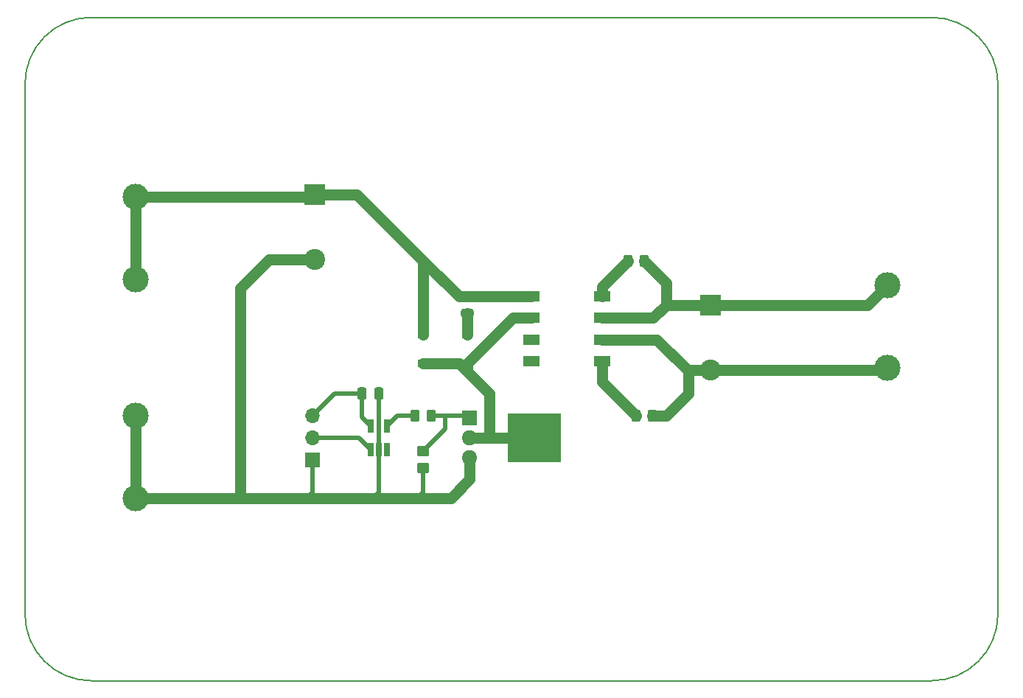
<source format=gbr>
%TF.GenerationSoftware,KiCad,Pcbnew,(6.0.4)*%
%TF.CreationDate,2022-04-30T16:21:15-04:00*%
%TF.ProjectId,dpp-architecture,6470702d-6172-4636-9869-746563747572,1.0*%
%TF.SameCoordinates,Original*%
%TF.FileFunction,Copper,L1,Top*%
%TF.FilePolarity,Positive*%
%FSLAX46Y46*%
G04 Gerber Fmt 4.6, Leading zero omitted, Abs format (unit mm)*
G04 Created by KiCad (PCBNEW (6.0.4)) date 2022-04-30 16:21:15*
%MOMM*%
%LPD*%
G01*
G04 APERTURE LIST*
G04 Aperture macros list*
%AMRoundRect*
0 Rectangle with rounded corners*
0 $1 Rounding radius*
0 $2 $3 $4 $5 $6 $7 $8 $9 X,Y pos of 4 corners*
0 Add a 4 corners polygon primitive as box body*
4,1,4,$2,$3,$4,$5,$6,$7,$8,$9,$2,$3,0*
0 Add four circle primitives for the rounded corners*
1,1,$1+$1,$2,$3*
1,1,$1+$1,$4,$5*
1,1,$1+$1,$6,$7*
1,1,$1+$1,$8,$9*
0 Add four rect primitives between the rounded corners*
20,1,$1+$1,$2,$3,$4,$5,0*
20,1,$1+$1,$4,$5,$6,$7,0*
20,1,$1+$1,$6,$7,$8,$9,0*
20,1,$1+$1,$8,$9,$2,$3,0*%
G04 Aperture macros list end*
%TA.AperFunction,Profile*%
%ADD10C,0.150000*%
%TD*%
%TA.AperFunction,ComponentPad*%
%ADD11C,3.000000*%
%TD*%
%TA.AperFunction,ComponentPad*%
%ADD12R,1.700000X1.700000*%
%TD*%
%TA.AperFunction,ComponentPad*%
%ADD13O,1.700000X1.700000*%
%TD*%
%TA.AperFunction,SMDPad,CuDef*%
%ADD14RoundRect,0.250000X-0.262500X-0.450000X0.262500X-0.450000X0.262500X0.450000X-0.262500X0.450000X0*%
%TD*%
%TA.AperFunction,ComponentPad*%
%ADD15R,2.400000X2.400000*%
%TD*%
%TA.AperFunction,ComponentPad*%
%ADD16C,2.400000*%
%TD*%
%TA.AperFunction,SMDPad,CuDef*%
%ADD17R,1.910000X1.170000*%
%TD*%
%TA.AperFunction,SMDPad,CuDef*%
%ADD18RoundRect,0.250000X-0.450000X0.350000X-0.450000X-0.350000X0.450000X-0.350000X0.450000X0.350000X0*%
%TD*%
%TA.AperFunction,SMDPad,CuDef*%
%ADD19R,1.200000X0.900000*%
%TD*%
%TA.AperFunction,ComponentPad*%
%ADD20R,1.800000X1.717500*%
%TD*%
%TA.AperFunction,ComponentPad*%
%ADD21O,1.800000X1.717500*%
%TD*%
%TA.AperFunction,SMDPad,CuDef*%
%ADD22R,6.200000X5.700000*%
%TD*%
%TA.AperFunction,SMDPad,CuDef*%
%ADD23R,0.650000X1.560000*%
%TD*%
%TA.AperFunction,SMDPad,CuDef*%
%ADD24RoundRect,0.250000X-0.475000X0.250000X-0.475000X-0.250000X0.475000X-0.250000X0.475000X0.250000X0*%
%TD*%
%TA.AperFunction,SMDPad,CuDef*%
%ADD25RoundRect,0.250000X-0.250000X-0.475000X0.250000X-0.475000X0.250000X0.475000X-0.250000X0.475000X0*%
%TD*%
%TA.AperFunction,Conductor*%
%ADD26C,1.270000*%
%TD*%
%TA.AperFunction,Conductor*%
%ADD27C,0.500000*%
%TD*%
%TA.AperFunction,Conductor*%
%ADD28C,0.760000*%
%TD*%
G04 APERTURE END LIST*
D10*
X205740000Y-58420000D02*
X109220000Y-58420000D01*
X205740000Y-134620000D02*
G75*
G03*
X213360000Y-127000000I0J7620000D01*
G01*
X109220000Y-58420000D02*
G75*
G03*
X101600000Y-66040000I0J-7620000D01*
G01*
X213360000Y-66040000D02*
G75*
G03*
X205740000Y-58420000I-7620000J0D01*
G01*
X101600000Y-127000000D02*
G75*
G03*
X109220000Y-134620000I7620000J0D01*
G01*
X101600000Y-66040000D02*
X101600000Y-127000000D01*
X109220000Y-134620000D02*
X205740000Y-134620000D01*
X213360000Y-66040000D02*
X213360000Y-127000000D01*
D11*
%TO.P,J1,1,1*%
%TO.N,Net-(C1-Pad1)*%
X114300000Y-88520000D03*
%TO.P,J1,2,2*%
X114300000Y-79020000D03*
%TD*%
%TO.P,J4,1,1*%
%TO.N,Net-(C4-Pad2)*%
X200660000Y-98680000D03*
%TO.P,J4,2,2*%
%TO.N,Net-(C4-Pad1)*%
X200660000Y-89180000D03*
%TD*%
%TO.P,J2,1,1*%
%TO.N,GND*%
X114300000Y-113640000D03*
%TO.P,J2,2,2*%
X114300000Y-104140000D03*
%TD*%
D12*
%TO.P,J3,1,Pin_1*%
%TO.N,GND*%
X134620000Y-109220000D03*
D13*
%TO.P,J3,2,Pin_2*%
%TO.N,Net-(J3-Pad2)*%
X134620000Y-106680000D03*
%TO.P,J3,3,Pin_3*%
%TO.N,Net-(C2-Pad1)*%
X134620000Y-104140000D03*
%TD*%
D14*
%TO.P,R3,1*%
%TO.N,Net-(R3-Pad1)*%
X170895000Y-86360000D03*
%TO.P,R3,2*%
%TO.N,Net-(C4-Pad1)*%
X172720000Y-86360000D03*
%TD*%
D15*
%TO.P,C1,1*%
%TO.N,Net-(C1-Pad1)*%
X134900000Y-78740000D03*
D16*
%TO.P,C1,2*%
%TO.N,GND*%
X134900000Y-86240000D03*
%TD*%
D17*
%TO.P,T1,1,AUX_1*%
%TO.N,unconnected-(T1-Pad1)*%
X159805509Y-97935000D03*
%TO.P,T1,2,AUX_2*%
%TO.N,unconnected-(T1-Pad2)*%
X159805509Y-95435000D03*
%TO.P,T1,3,PRI_1*%
%TO.N,Net-(D1-Pad2)*%
X159805509Y-92935000D03*
%TO.P,T1,4,PRI_2*%
%TO.N,Net-(C1-Pad1)*%
X159805509Y-90435000D03*
%TO.P,T1,5,SEC_1*%
%TO.N,Net-(R3-Pad1)*%
X167935509Y-90435000D03*
%TO.P,T1,6,SEC_2*%
%TO.N,Net-(C4-Pad1)*%
X167935509Y-92935000D03*
%TO.P,T1,7,SEC_3*%
%TO.N,Net-(C4-Pad2)*%
X167935509Y-95435000D03*
%TO.P,T1,8,SEC_4*%
%TO.N,Net-(R4-Pad1)*%
X167935509Y-97935000D03*
%TD*%
D18*
%TO.P,R2,1*%
%TO.N,Net-(Q1-Pad1)*%
X147320000Y-108220000D03*
%TO.P,R2,2*%
%TO.N,GND*%
X147320000Y-110220000D03*
%TD*%
D19*
%TO.P,D1,1,K*%
%TO.N,Net-(C1-Pad1)*%
X147320000Y-94870000D03*
%TO.P,D1,2,A*%
%TO.N,Net-(D1-Pad2)*%
X147320000Y-98170000D03*
%TD*%
D14*
%TO.P,R1,1*%
%TO.N,Net-(R1-Pad1)*%
X146407500Y-104140000D03*
%TO.P,R1,2*%
%TO.N,Net-(Q1-Pad1)*%
X148232500Y-104140000D03*
%TD*%
%TO.P,R4,1*%
%TO.N,Net-(R4-Pad1)*%
X171807500Y-104140000D03*
%TO.P,R4,2*%
%TO.N,Net-(C4-Pad2)*%
X173632500Y-104140000D03*
%TD*%
D20*
%TO.P,Q1,1,G*%
%TO.N,Net-(Q1-Pad1)*%
X152665000Y-104390000D03*
D21*
%TO.P,Q1,2,D*%
%TO.N,Net-(D1-Pad2)*%
X152665000Y-106680000D03*
%TO.P,Q1,3,S*%
%TO.N,GND*%
X152665000Y-108970000D03*
D22*
%TO.P,Q1,4,D*%
%TO.N,Net-(D1-Pad2)*%
X160098333Y-106680000D03*
%TD*%
D15*
%TO.P,C4,1*%
%TO.N,Net-(C4-Pad1)*%
X180340000Y-91440000D03*
D16*
%TO.P,C4,2*%
%TO.N,Net-(C4-Pad2)*%
X180340000Y-98940000D03*
%TD*%
D19*
%TO.P,D2,1,K*%
%TO.N,Net-(C3-Pad2)*%
X152400000Y-94870000D03*
%TO.P,D2,2,A*%
%TO.N,Net-(D1-Pad2)*%
X152400000Y-98170000D03*
%TD*%
D23*
%TO.P,U1,1,IN\u002A*%
%TO.N,Net-(J3-Pad2)*%
X141290000Y-108030000D03*
%TO.P,U1,2,COM*%
%TO.N,GND*%
X142240000Y-108030000D03*
%TO.P,U1,3,IN*%
%TO.N,unconnected-(U1-Pad3)*%
X143190000Y-108030000D03*
%TO.P,U1,4,OUT\u002A*%
%TO.N,Net-(R1-Pad1)*%
X143190000Y-105330000D03*
%TO.P,U1,5,VCC*%
%TO.N,Net-(C2-Pad1)*%
X141290000Y-105330000D03*
%TD*%
D24*
%TO.P,C3,1*%
%TO.N,Net-(C1-Pad1)*%
X152400000Y-90490000D03*
%TO.P,C3,2*%
%TO.N,Net-(C3-Pad2)*%
X152400000Y-92390000D03*
%TD*%
D25*
%TO.P,C2,1*%
%TO.N,Net-(C2-Pad1)*%
X140340000Y-101600000D03*
%TO.P,C2,2*%
%TO.N,GND*%
X142240000Y-101600000D03*
%TD*%
D26*
%TO.N,Net-(C1-Pad1)*%
X139700000Y-78740000D02*
X134900000Y-78740000D01*
X114300000Y-79020000D02*
X134620000Y-79020000D01*
X152400000Y-90490000D02*
X151450000Y-90490000D01*
X147320000Y-86360000D02*
X139700000Y-78740000D01*
X134620000Y-79020000D02*
X134900000Y-78740000D01*
X114300000Y-88520000D02*
X114300000Y-79020000D01*
X152455000Y-90435000D02*
X152400000Y-90490000D01*
X147320000Y-94870000D02*
X147320000Y-86360000D01*
X151450000Y-90490000D02*
X147320000Y-86360000D01*
X159805509Y-90435000D02*
X152455000Y-90435000D01*
%TO.N,GND*%
X114300000Y-113640000D02*
X126340000Y-113640000D01*
X114300000Y-113640000D02*
X114300000Y-111480000D01*
X146660000Y-113640000D02*
X150520000Y-113640000D01*
D27*
X142240000Y-108030000D02*
X142240000Y-112980000D01*
D26*
X126340000Y-89560000D02*
X129660000Y-86240000D01*
D27*
X142240000Y-112980000D02*
X141580000Y-113640000D01*
D26*
X152665000Y-111495000D02*
X152665000Y-108970000D01*
D27*
X134659511Y-109259511D02*
X134659511Y-112940489D01*
X142240000Y-108030000D02*
X142240000Y-101600000D01*
D26*
X134620000Y-109220000D02*
X134659511Y-109259511D01*
X126340000Y-113640000D02*
X133960000Y-113640000D01*
X129660000Y-86240000D02*
X134900000Y-86240000D01*
D28*
X142230480Y-101609520D02*
X142240000Y-101600000D01*
D27*
X147320000Y-110220000D02*
X147320000Y-112980000D01*
D26*
X126340000Y-113640000D02*
X126340000Y-89560000D01*
D27*
X134659511Y-112940489D02*
X133960000Y-113640000D01*
D26*
X133960000Y-113640000D02*
X141580000Y-113640000D01*
D27*
X147320000Y-112980000D02*
X146660000Y-113640000D01*
D26*
X114300000Y-111480000D02*
X114300000Y-104140000D01*
X141580000Y-113640000D02*
X146660000Y-113640000D01*
X150520000Y-113640000D02*
X152665000Y-111495000D01*
D27*
%TO.N,Net-(C2-Pad1)*%
X140340000Y-101600000D02*
X140340000Y-104380000D01*
X140340000Y-101600000D02*
X137160000Y-101600000D01*
X137160000Y-101600000D02*
X134620000Y-104140000D01*
X140340000Y-104380000D02*
X141290000Y-105330000D01*
D26*
%TO.N,Net-(C3-Pad2)*%
X152400000Y-92390000D02*
X152400000Y-94870000D01*
%TO.N,Net-(C4-Pad1)*%
X198400000Y-91440000D02*
X200660000Y-89180000D01*
X175260000Y-88900000D02*
X175260000Y-91440000D01*
X180340000Y-91440000D02*
X198400000Y-91440000D01*
X172720000Y-86360000D02*
X175260000Y-88900000D01*
X175260000Y-91440000D02*
X180340000Y-91440000D01*
X173765000Y-92935000D02*
X175260000Y-91440000D01*
X167935509Y-92935000D02*
X173765000Y-92935000D01*
%TO.N,Net-(C4-Pad2)*%
X180340000Y-98940000D02*
X200400000Y-98940000D01*
X167935509Y-95435000D02*
X174175000Y-95435000D01*
X177800000Y-101600000D02*
X177800000Y-99060000D01*
X177680000Y-98940000D02*
X180340000Y-98940000D01*
X200400000Y-98940000D02*
X200660000Y-98680000D01*
X173632500Y-104140000D02*
X175260000Y-104140000D01*
X175260000Y-104140000D02*
X177800000Y-101600000D01*
X174175000Y-95435000D02*
X177680000Y-98940000D01*
%TO.N,Net-(D1-Pad2)*%
X154940000Y-106492500D02*
X155127500Y-106680000D01*
X152400000Y-98170000D02*
X152400000Y-99060000D01*
X151510000Y-98170000D02*
X152400000Y-99060000D01*
X154940000Y-106492500D02*
X154940000Y-101600000D01*
X147320000Y-98170000D02*
X151510000Y-98170000D01*
X154752500Y-106680000D02*
X154940000Y-106492500D01*
X152400000Y-98170000D02*
X157635000Y-92935000D01*
X157635000Y-92935000D02*
X159805509Y-92935000D01*
X155127500Y-106680000D02*
X160098333Y-106680000D01*
X152665000Y-106680000D02*
X154752500Y-106680000D01*
X152400000Y-99060000D02*
X154940000Y-101600000D01*
D27*
%TO.N,Net-(J3-Pad2)*%
X134620000Y-106680000D02*
X139940000Y-106680000D01*
X139940000Y-106680000D02*
X141290000Y-108030000D01*
D28*
%TO.N,Net-(Q1-Pad1)*%
X152415000Y-104140000D02*
X152665000Y-104390000D01*
D27*
X148232500Y-104140000D02*
X149860000Y-104140000D01*
X149860000Y-104140000D02*
X152415000Y-104140000D01*
X147320000Y-108220000D02*
X149860000Y-105680000D01*
X149860000Y-105680000D02*
X149860000Y-104140000D01*
%TO.N,Net-(R1-Pad1)*%
X143190000Y-105330000D02*
X144380000Y-104140000D01*
X144380000Y-104140000D02*
X146407500Y-104140000D01*
D26*
%TO.N,Net-(R3-Pad1)*%
X167935509Y-89319491D02*
X170895000Y-86360000D01*
X167935509Y-90435000D02*
X167935509Y-89319491D01*
%TO.N,Net-(R4-Pad1)*%
X167935509Y-100268009D02*
X171807500Y-104140000D01*
X167935509Y-97935000D02*
X167935509Y-100268009D01*
%TD*%
M02*

</source>
